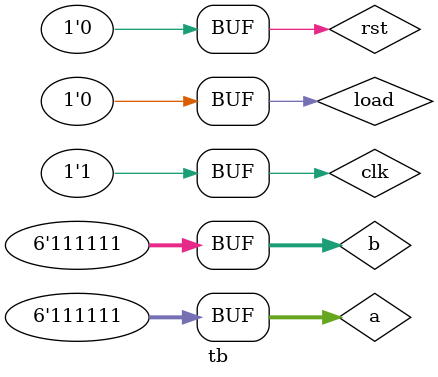
<source format=v>
`timescale 1ns / 1ps


module tb;

	// Inputs
	reg clk;
	reg rst;
	reg load;
	reg [5:0] a;
	reg [5:0] b; 

	// Outputs
	wire [11:0] product;

	// Instantiate the Unit Under Test (UUT)
	unsigned_seq_mul_RS uut (
		.clk(clk), 
		.rst(rst), 
		.load(load), 
		.a(a), 
		.b(b), 
		.product(product)
	);
	
	initial begin
		// Initialize Inputs
		clk = 0;
		rst = 0;
		load = 0;
		a = 0;
		b = 0;

		// Wait 100 ns for global reset to finish
		#100;
        clk=1;
		load=1;
		a=6'b111111;
		b=6'b111111;
		#5;
		load=0;
		clk=0;
		#10
		clk=1;
		#10;
		clk=0;
		#10
		clk=1;
		#10;
		clk=0;
		#10
		clk=1;
		#10;
		clk=0;
		#10
		clk=1;
		#10;
		clk=0;
		#10
		clk=1;
		#10;
		clk=0;
		#10
		clk=1;
		#10;
				
		// Add stimulus here

	end
      
endmodule


</source>
